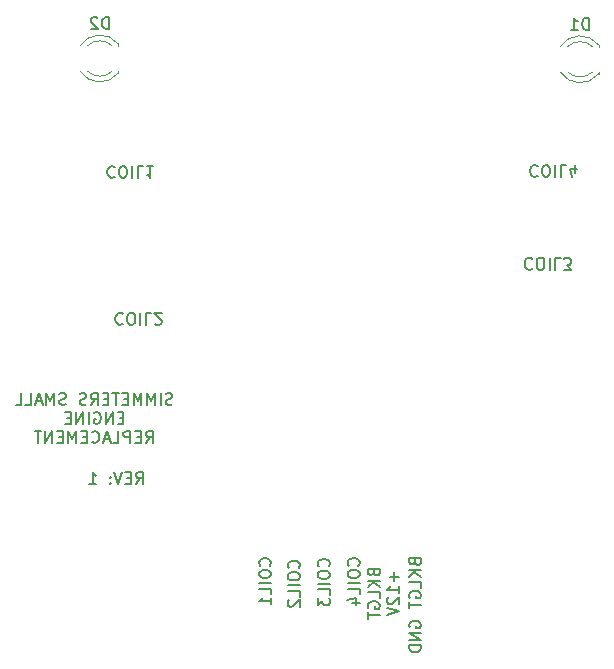
<source format=gbr>
%TF.GenerationSoftware,KiCad,Pcbnew,(6.0.7-1)-1*%
%TF.CreationDate,2023-11-11T10:51:09+10:00*%
%TF.ProjectId,Simmeters Small Engine Replacement,53696d6d-6574-4657-9273-20536d616c6c,rev?*%
%TF.SameCoordinates,Original*%
%TF.FileFunction,Legend,Bot*%
%TF.FilePolarity,Positive*%
%FSLAX46Y46*%
G04 Gerber Fmt 4.6, Leading zero omitted, Abs format (unit mm)*
G04 Created by KiCad (PCBNEW (6.0.7-1)-1) date 2023-11-11 10:51:09*
%MOMM*%
%LPD*%
G01*
G04 APERTURE LIST*
%ADD10C,0.150000*%
%ADD11C,0.120000*%
G04 APERTURE END LIST*
D10*
X162792181Y-116646954D02*
X163125515Y-116170764D01*
X163363610Y-116646954D02*
X163363610Y-115646954D01*
X162982657Y-115646954D01*
X162887419Y-115694574D01*
X162839800Y-115742193D01*
X162792181Y-115837431D01*
X162792181Y-115980288D01*
X162839800Y-116075526D01*
X162887419Y-116123145D01*
X162982657Y-116170764D01*
X163363610Y-116170764D01*
X162363610Y-116123145D02*
X162030276Y-116123145D01*
X161887419Y-116646954D02*
X162363610Y-116646954D01*
X162363610Y-115646954D01*
X161887419Y-115646954D01*
X161601705Y-115646954D02*
X161268372Y-116646954D01*
X160935038Y-115646954D01*
X160601705Y-116551716D02*
X160554086Y-116599335D01*
X160601705Y-116646954D01*
X160649324Y-116599335D01*
X160601705Y-116551716D01*
X160601705Y-116646954D01*
X160601705Y-116027907D02*
X160554086Y-116075526D01*
X160601705Y-116123145D01*
X160649324Y-116075526D01*
X160601705Y-116027907D01*
X160601705Y-116123145D01*
X158839800Y-116646954D02*
X159411229Y-116646954D01*
X159125515Y-116646954D02*
X159125515Y-115646954D01*
X159220753Y-115789812D01*
X159315991Y-115885050D01*
X159411229Y-115932669D01*
X165880753Y-109889335D02*
X165737895Y-109936954D01*
X165499800Y-109936954D01*
X165404562Y-109889335D01*
X165356943Y-109841716D01*
X165309324Y-109746478D01*
X165309324Y-109651240D01*
X165356943Y-109556002D01*
X165404562Y-109508383D01*
X165499800Y-109460764D01*
X165690276Y-109413145D01*
X165785515Y-109365526D01*
X165833134Y-109317907D01*
X165880753Y-109222669D01*
X165880753Y-109127431D01*
X165833134Y-109032193D01*
X165785515Y-108984574D01*
X165690276Y-108936954D01*
X165452181Y-108936954D01*
X165309324Y-108984574D01*
X164880753Y-109936954D02*
X164880753Y-108936954D01*
X164404562Y-109936954D02*
X164404562Y-108936954D01*
X164071229Y-109651240D01*
X163737895Y-108936954D01*
X163737895Y-109936954D01*
X163261705Y-109936954D02*
X163261705Y-108936954D01*
X162928372Y-109651240D01*
X162595038Y-108936954D01*
X162595038Y-109936954D01*
X162118848Y-109413145D02*
X161785515Y-109413145D01*
X161642657Y-109936954D02*
X162118848Y-109936954D01*
X162118848Y-108936954D01*
X161642657Y-108936954D01*
X161356943Y-108936954D02*
X160785515Y-108936954D01*
X161071229Y-109936954D02*
X161071229Y-108936954D01*
X160452181Y-109413145D02*
X160118848Y-109413145D01*
X159975991Y-109936954D02*
X160452181Y-109936954D01*
X160452181Y-108936954D01*
X159975991Y-108936954D01*
X158975991Y-109936954D02*
X159309324Y-109460764D01*
X159547419Y-109936954D02*
X159547419Y-108936954D01*
X159166467Y-108936954D01*
X159071229Y-108984574D01*
X159023610Y-109032193D01*
X158975991Y-109127431D01*
X158975991Y-109270288D01*
X159023610Y-109365526D01*
X159071229Y-109413145D01*
X159166467Y-109460764D01*
X159547419Y-109460764D01*
X158595038Y-109889335D02*
X158452181Y-109936954D01*
X158214086Y-109936954D01*
X158118848Y-109889335D01*
X158071229Y-109841716D01*
X158023610Y-109746478D01*
X158023610Y-109651240D01*
X158071229Y-109556002D01*
X158118848Y-109508383D01*
X158214086Y-109460764D01*
X158404562Y-109413145D01*
X158499800Y-109365526D01*
X158547419Y-109317907D01*
X158595038Y-109222669D01*
X158595038Y-109127431D01*
X158547419Y-109032193D01*
X158499800Y-108984574D01*
X158404562Y-108936954D01*
X158166467Y-108936954D01*
X158023610Y-108984574D01*
X156880753Y-109889335D02*
X156737895Y-109936954D01*
X156499800Y-109936954D01*
X156404562Y-109889335D01*
X156356943Y-109841716D01*
X156309324Y-109746478D01*
X156309324Y-109651240D01*
X156356943Y-109556002D01*
X156404562Y-109508383D01*
X156499800Y-109460764D01*
X156690276Y-109413145D01*
X156785515Y-109365526D01*
X156833134Y-109317907D01*
X156880753Y-109222669D01*
X156880753Y-109127431D01*
X156833134Y-109032193D01*
X156785515Y-108984574D01*
X156690276Y-108936954D01*
X156452181Y-108936954D01*
X156309324Y-108984574D01*
X155880753Y-109936954D02*
X155880753Y-108936954D01*
X155547419Y-109651240D01*
X155214086Y-108936954D01*
X155214086Y-109936954D01*
X154785515Y-109651240D02*
X154309324Y-109651240D01*
X154880753Y-109936954D02*
X154547419Y-108936954D01*
X154214086Y-109936954D01*
X153404562Y-109936954D02*
X153880753Y-109936954D01*
X153880753Y-108936954D01*
X152595038Y-109936954D02*
X153071229Y-109936954D01*
X153071229Y-108936954D01*
X161737895Y-111023145D02*
X161404562Y-111023145D01*
X161261705Y-111546954D02*
X161737895Y-111546954D01*
X161737895Y-110546954D01*
X161261705Y-110546954D01*
X160833134Y-111546954D02*
X160833134Y-110546954D01*
X160261705Y-111546954D01*
X160261705Y-110546954D01*
X159261705Y-110594574D02*
X159356943Y-110546954D01*
X159499800Y-110546954D01*
X159642657Y-110594574D01*
X159737895Y-110689812D01*
X159785515Y-110785050D01*
X159833134Y-110975526D01*
X159833134Y-111118383D01*
X159785515Y-111308859D01*
X159737895Y-111404097D01*
X159642657Y-111499335D01*
X159499800Y-111546954D01*
X159404562Y-111546954D01*
X159261705Y-111499335D01*
X159214086Y-111451716D01*
X159214086Y-111118383D01*
X159404562Y-111118383D01*
X158785515Y-111546954D02*
X158785515Y-110546954D01*
X158309324Y-111546954D02*
X158309324Y-110546954D01*
X157737895Y-111546954D01*
X157737895Y-110546954D01*
X157261705Y-111023145D02*
X156928372Y-111023145D01*
X156785515Y-111546954D02*
X157261705Y-111546954D01*
X157261705Y-110546954D01*
X156785515Y-110546954D01*
X163642657Y-113156954D02*
X163975991Y-112680764D01*
X164214086Y-113156954D02*
X164214086Y-112156954D01*
X163833134Y-112156954D01*
X163737895Y-112204574D01*
X163690276Y-112252193D01*
X163642657Y-112347431D01*
X163642657Y-112490288D01*
X163690276Y-112585526D01*
X163737895Y-112633145D01*
X163833134Y-112680764D01*
X164214086Y-112680764D01*
X163214086Y-112633145D02*
X162880753Y-112633145D01*
X162737895Y-113156954D02*
X163214086Y-113156954D01*
X163214086Y-112156954D01*
X162737895Y-112156954D01*
X162309324Y-113156954D02*
X162309324Y-112156954D01*
X161928372Y-112156954D01*
X161833134Y-112204574D01*
X161785515Y-112252193D01*
X161737895Y-112347431D01*
X161737895Y-112490288D01*
X161785515Y-112585526D01*
X161833134Y-112633145D01*
X161928372Y-112680764D01*
X162309324Y-112680764D01*
X160833134Y-113156954D02*
X161309324Y-113156954D01*
X161309324Y-112156954D01*
X160547419Y-112871240D02*
X160071229Y-112871240D01*
X160642657Y-113156954D02*
X160309324Y-112156954D01*
X159975991Y-113156954D01*
X159071229Y-113061716D02*
X159118848Y-113109335D01*
X159261705Y-113156954D01*
X159356943Y-113156954D01*
X159499800Y-113109335D01*
X159595038Y-113014097D01*
X159642657Y-112918859D01*
X159690276Y-112728383D01*
X159690276Y-112585526D01*
X159642657Y-112395050D01*
X159595038Y-112299812D01*
X159499800Y-112204574D01*
X159356943Y-112156954D01*
X159261705Y-112156954D01*
X159118848Y-112204574D01*
X159071229Y-112252193D01*
X158642657Y-112633145D02*
X158309324Y-112633145D01*
X158166467Y-113156954D02*
X158642657Y-113156954D01*
X158642657Y-112156954D01*
X158166467Y-112156954D01*
X157737895Y-113156954D02*
X157737895Y-112156954D01*
X157404562Y-112871240D01*
X157071229Y-112156954D01*
X157071229Y-113156954D01*
X156595038Y-112633145D02*
X156261705Y-112633145D01*
X156118848Y-113156954D02*
X156595038Y-113156954D01*
X156595038Y-112156954D01*
X156118848Y-112156954D01*
X155690276Y-113156954D02*
X155690276Y-112156954D01*
X155118848Y-113156954D01*
X155118848Y-112156954D01*
X154785515Y-112156954D02*
X154214086Y-112156954D01*
X154499800Y-113156954D02*
X154499800Y-112156954D01*
X196792181Y-89727431D02*
X196744562Y-89679812D01*
X196601705Y-89632193D01*
X196506467Y-89632193D01*
X196363610Y-89679812D01*
X196268372Y-89775050D01*
X196220753Y-89870288D01*
X196173134Y-90060764D01*
X196173134Y-90203621D01*
X196220753Y-90394097D01*
X196268372Y-90489335D01*
X196363610Y-90584574D01*
X196506467Y-90632193D01*
X196601705Y-90632193D01*
X196744562Y-90584574D01*
X196792181Y-90536954D01*
X197411229Y-90632193D02*
X197601705Y-90632193D01*
X197696943Y-90584574D01*
X197792181Y-90489335D01*
X197839800Y-90298859D01*
X197839800Y-89965526D01*
X197792181Y-89775050D01*
X197696943Y-89679812D01*
X197601705Y-89632193D01*
X197411229Y-89632193D01*
X197315991Y-89679812D01*
X197220753Y-89775050D01*
X197173134Y-89965526D01*
X197173134Y-90298859D01*
X197220753Y-90489335D01*
X197315991Y-90584574D01*
X197411229Y-90632193D01*
X198268372Y-89632193D02*
X198268372Y-90632193D01*
X199220753Y-89632193D02*
X198744562Y-89632193D01*
X198744562Y-90632193D01*
X199982657Y-90298859D02*
X199982657Y-89632193D01*
X199744562Y-90679812D02*
X199506467Y-89965526D01*
X200125515Y-89965526D01*
X161672181Y-102247431D02*
X161624562Y-102199812D01*
X161481705Y-102152193D01*
X161386467Y-102152193D01*
X161243610Y-102199812D01*
X161148372Y-102295050D01*
X161100753Y-102390288D01*
X161053134Y-102580764D01*
X161053134Y-102723621D01*
X161100753Y-102914097D01*
X161148372Y-103009335D01*
X161243610Y-103104574D01*
X161386467Y-103152193D01*
X161481705Y-103152193D01*
X161624562Y-103104574D01*
X161672181Y-103056954D01*
X162291229Y-103152193D02*
X162481705Y-103152193D01*
X162576943Y-103104574D01*
X162672181Y-103009335D01*
X162719800Y-102818859D01*
X162719800Y-102485526D01*
X162672181Y-102295050D01*
X162576943Y-102199812D01*
X162481705Y-102152193D01*
X162291229Y-102152193D01*
X162195991Y-102199812D01*
X162100753Y-102295050D01*
X162053134Y-102485526D01*
X162053134Y-102818859D01*
X162100753Y-103009335D01*
X162195991Y-103104574D01*
X162291229Y-103152193D01*
X163148372Y-102152193D02*
X163148372Y-103152193D01*
X164100753Y-102152193D02*
X163624562Y-102152193D01*
X163624562Y-103152193D01*
X164386467Y-103056954D02*
X164434086Y-103104574D01*
X164529324Y-103152193D01*
X164767419Y-103152193D01*
X164862657Y-103104574D01*
X164910276Y-103056954D01*
X164957895Y-102961716D01*
X164957895Y-102866478D01*
X164910276Y-102723621D01*
X164338848Y-102152193D01*
X164957895Y-102152193D01*
X160992181Y-89827431D02*
X160944562Y-89779812D01*
X160801705Y-89732193D01*
X160706467Y-89732193D01*
X160563610Y-89779812D01*
X160468372Y-89875050D01*
X160420753Y-89970288D01*
X160373134Y-90160764D01*
X160373134Y-90303621D01*
X160420753Y-90494097D01*
X160468372Y-90589335D01*
X160563610Y-90684574D01*
X160706467Y-90732193D01*
X160801705Y-90732193D01*
X160944562Y-90684574D01*
X160992181Y-90636954D01*
X161611229Y-90732193D02*
X161801705Y-90732193D01*
X161896943Y-90684574D01*
X161992181Y-90589335D01*
X162039800Y-90398859D01*
X162039800Y-90065526D01*
X161992181Y-89875050D01*
X161896943Y-89779812D01*
X161801705Y-89732193D01*
X161611229Y-89732193D01*
X161515991Y-89779812D01*
X161420753Y-89875050D01*
X161373134Y-90065526D01*
X161373134Y-90398859D01*
X161420753Y-90589335D01*
X161515991Y-90684574D01*
X161611229Y-90732193D01*
X162468372Y-89732193D02*
X162468372Y-90732193D01*
X163420753Y-89732193D02*
X162944562Y-89732193D01*
X162944562Y-90732193D01*
X164277895Y-89732193D02*
X163706467Y-89732193D01*
X163992181Y-89732193D02*
X163992181Y-90732193D01*
X163896943Y-90589335D01*
X163801705Y-90494097D01*
X163706467Y-90446478D01*
X196332181Y-97587431D02*
X196284562Y-97539812D01*
X196141705Y-97492193D01*
X196046467Y-97492193D01*
X195903610Y-97539812D01*
X195808372Y-97635050D01*
X195760753Y-97730288D01*
X195713134Y-97920764D01*
X195713134Y-98063621D01*
X195760753Y-98254097D01*
X195808372Y-98349335D01*
X195903610Y-98444574D01*
X196046467Y-98492193D01*
X196141705Y-98492193D01*
X196284562Y-98444574D01*
X196332181Y-98396954D01*
X196951229Y-98492193D02*
X197141705Y-98492193D01*
X197236943Y-98444574D01*
X197332181Y-98349335D01*
X197379800Y-98158859D01*
X197379800Y-97825526D01*
X197332181Y-97635050D01*
X197236943Y-97539812D01*
X197141705Y-97492193D01*
X196951229Y-97492193D01*
X196855991Y-97539812D01*
X196760753Y-97635050D01*
X196713134Y-97825526D01*
X196713134Y-98158859D01*
X196760753Y-98349335D01*
X196855991Y-98444574D01*
X196951229Y-98492193D01*
X197808372Y-97492193D02*
X197808372Y-98492193D01*
X198760753Y-97492193D02*
X198284562Y-97492193D01*
X198284562Y-98492193D01*
X198998848Y-98492193D02*
X199617895Y-98492193D01*
X199284562Y-98111240D01*
X199427419Y-98111240D01*
X199522657Y-98063621D01*
X199570276Y-98016002D01*
X199617895Y-97920764D01*
X199617895Y-97682669D01*
X199570276Y-97587431D01*
X199522657Y-97539812D01*
X199427419Y-97492193D01*
X199141705Y-97492193D01*
X199046467Y-97539812D01*
X198998848Y-97587431D01*
X174132657Y-123551240D02*
X174180276Y-123503621D01*
X174227895Y-123360764D01*
X174227895Y-123265526D01*
X174180276Y-123122669D01*
X174085038Y-123027431D01*
X173989800Y-122979812D01*
X173799324Y-122932193D01*
X173656467Y-122932193D01*
X173465991Y-122979812D01*
X173370753Y-123027431D01*
X173275515Y-123122669D01*
X173227895Y-123265526D01*
X173227895Y-123360764D01*
X173275515Y-123503621D01*
X173323134Y-123551240D01*
X173227895Y-124170288D02*
X173227895Y-124360764D01*
X173275515Y-124456002D01*
X173370753Y-124551240D01*
X173561229Y-124598859D01*
X173894562Y-124598859D01*
X174085038Y-124551240D01*
X174180276Y-124456002D01*
X174227895Y-124360764D01*
X174227895Y-124170288D01*
X174180276Y-124075050D01*
X174085038Y-123979812D01*
X173894562Y-123932193D01*
X173561229Y-123932193D01*
X173370753Y-123979812D01*
X173275515Y-124075050D01*
X173227895Y-124170288D01*
X174227895Y-125027431D02*
X173227895Y-125027431D01*
X174227895Y-125979812D02*
X174227895Y-125503621D01*
X173227895Y-125503621D01*
X174227895Y-126836954D02*
X174227895Y-126265526D01*
X174227895Y-126551240D02*
X173227895Y-126551240D01*
X173370753Y-126456002D01*
X173465991Y-126360764D01*
X173513610Y-126265526D01*
X176562657Y-123741240D02*
X176610276Y-123693621D01*
X176657895Y-123550764D01*
X176657895Y-123455526D01*
X176610276Y-123312669D01*
X176515038Y-123217431D01*
X176419800Y-123169812D01*
X176229324Y-123122193D01*
X176086467Y-123122193D01*
X175895991Y-123169812D01*
X175800753Y-123217431D01*
X175705515Y-123312669D01*
X175657895Y-123455526D01*
X175657895Y-123550764D01*
X175705515Y-123693621D01*
X175753134Y-123741240D01*
X175657895Y-124360288D02*
X175657895Y-124550764D01*
X175705515Y-124646002D01*
X175800753Y-124741240D01*
X175991229Y-124788859D01*
X176324562Y-124788859D01*
X176515038Y-124741240D01*
X176610276Y-124646002D01*
X176657895Y-124550764D01*
X176657895Y-124360288D01*
X176610276Y-124265050D01*
X176515038Y-124169812D01*
X176324562Y-124122193D01*
X175991229Y-124122193D01*
X175800753Y-124169812D01*
X175705515Y-124265050D01*
X175657895Y-124360288D01*
X176657895Y-125217431D02*
X175657895Y-125217431D01*
X176657895Y-126169812D02*
X176657895Y-125693621D01*
X175657895Y-125693621D01*
X175753134Y-126455526D02*
X175705515Y-126503145D01*
X175657895Y-126598383D01*
X175657895Y-126836478D01*
X175705515Y-126931716D01*
X175753134Y-126979335D01*
X175848372Y-127026954D01*
X175943610Y-127026954D01*
X176086467Y-126979335D01*
X176657895Y-126407907D01*
X176657895Y-127026954D01*
X179102657Y-123621240D02*
X179150276Y-123573621D01*
X179197895Y-123430764D01*
X179197895Y-123335526D01*
X179150276Y-123192669D01*
X179055038Y-123097431D01*
X178959800Y-123049812D01*
X178769324Y-123002193D01*
X178626467Y-123002193D01*
X178435991Y-123049812D01*
X178340753Y-123097431D01*
X178245515Y-123192669D01*
X178197895Y-123335526D01*
X178197895Y-123430764D01*
X178245515Y-123573621D01*
X178293134Y-123621240D01*
X178197895Y-124240288D02*
X178197895Y-124430764D01*
X178245515Y-124526002D01*
X178340753Y-124621240D01*
X178531229Y-124668859D01*
X178864562Y-124668859D01*
X179055038Y-124621240D01*
X179150276Y-124526002D01*
X179197895Y-124430764D01*
X179197895Y-124240288D01*
X179150276Y-124145050D01*
X179055038Y-124049812D01*
X178864562Y-124002193D01*
X178531229Y-124002193D01*
X178340753Y-124049812D01*
X178245515Y-124145050D01*
X178197895Y-124240288D01*
X179197895Y-125097431D02*
X178197895Y-125097431D01*
X179197895Y-126049812D02*
X179197895Y-125573621D01*
X178197895Y-125573621D01*
X178197895Y-126287907D02*
X178197895Y-126906954D01*
X178578848Y-126573621D01*
X178578848Y-126716478D01*
X178626467Y-126811716D01*
X178674086Y-126859335D01*
X178769324Y-126906954D01*
X179007419Y-126906954D01*
X179102657Y-126859335D01*
X179150276Y-126811716D01*
X179197895Y-126716478D01*
X179197895Y-126430764D01*
X179150276Y-126335526D01*
X179102657Y-126287907D01*
X181632657Y-123551240D02*
X181680276Y-123503621D01*
X181727895Y-123360764D01*
X181727895Y-123265526D01*
X181680276Y-123122669D01*
X181585038Y-123027431D01*
X181489800Y-122979812D01*
X181299324Y-122932193D01*
X181156467Y-122932193D01*
X180965991Y-122979812D01*
X180870753Y-123027431D01*
X180775515Y-123122669D01*
X180727895Y-123265526D01*
X180727895Y-123360764D01*
X180775515Y-123503621D01*
X180823134Y-123551240D01*
X180727895Y-124170288D02*
X180727895Y-124360764D01*
X180775515Y-124456002D01*
X180870753Y-124551240D01*
X181061229Y-124598859D01*
X181394562Y-124598859D01*
X181585038Y-124551240D01*
X181680276Y-124456002D01*
X181727895Y-124360764D01*
X181727895Y-124170288D01*
X181680276Y-124075050D01*
X181585038Y-123979812D01*
X181394562Y-123932193D01*
X181061229Y-123932193D01*
X180870753Y-123979812D01*
X180775515Y-124075050D01*
X180727895Y-124170288D01*
X181727895Y-125027431D02*
X180727895Y-125027431D01*
X181727895Y-125979812D02*
X181727895Y-125503621D01*
X180727895Y-125503621D01*
X181061229Y-126741716D02*
X181727895Y-126741716D01*
X180680276Y-126503621D02*
X181394562Y-126265526D01*
X181394562Y-126884574D01*
X182909086Y-124150288D02*
X182956705Y-124293145D01*
X183004324Y-124340764D01*
X183099562Y-124388383D01*
X183242419Y-124388383D01*
X183337657Y-124340764D01*
X183385276Y-124293145D01*
X183432895Y-124197907D01*
X183432895Y-123816954D01*
X182432895Y-123816954D01*
X182432895Y-124150288D01*
X182480515Y-124245526D01*
X182528134Y-124293145D01*
X182623372Y-124340764D01*
X182718610Y-124340764D01*
X182813848Y-124293145D01*
X182861467Y-124245526D01*
X182909086Y-124150288D01*
X182909086Y-123816954D01*
X183432895Y-124816954D02*
X182432895Y-124816954D01*
X183432895Y-125388383D02*
X182861467Y-124959812D01*
X182432895Y-125388383D02*
X183004324Y-124816954D01*
X183432895Y-126293145D02*
X183432895Y-125816954D01*
X182432895Y-125816954D01*
X182480515Y-127150288D02*
X182432895Y-127055050D01*
X182432895Y-126912193D01*
X182480515Y-126769335D01*
X182575753Y-126674097D01*
X182670991Y-126626478D01*
X182861467Y-126578859D01*
X183004324Y-126578859D01*
X183194800Y-126626478D01*
X183290038Y-126674097D01*
X183385276Y-126769335D01*
X183432895Y-126912193D01*
X183432895Y-127007431D01*
X183385276Y-127150288D01*
X183337657Y-127197907D01*
X183004324Y-127197907D01*
X183004324Y-127007431D01*
X182432895Y-127483621D02*
X182432895Y-128055050D01*
X183432895Y-127769335D02*
X182432895Y-127769335D01*
X184661943Y-124102669D02*
X184661943Y-124864574D01*
X185042895Y-124483621D02*
X184280991Y-124483621D01*
X185042895Y-125864574D02*
X185042895Y-125293145D01*
X185042895Y-125578859D02*
X184042895Y-125578859D01*
X184185753Y-125483621D01*
X184280991Y-125388383D01*
X184328610Y-125293145D01*
X184138134Y-126245526D02*
X184090515Y-126293145D01*
X184042895Y-126388383D01*
X184042895Y-126626478D01*
X184090515Y-126721716D01*
X184138134Y-126769335D01*
X184233372Y-126816954D01*
X184328610Y-126816954D01*
X184471467Y-126769335D01*
X185042895Y-126197907D01*
X185042895Y-126816954D01*
X184042895Y-127102669D02*
X185042895Y-127436002D01*
X184042895Y-127769335D01*
X186384086Y-123263502D02*
X186431705Y-123406359D01*
X186479324Y-123453978D01*
X186574562Y-123501597D01*
X186717419Y-123501597D01*
X186812657Y-123453978D01*
X186860276Y-123406359D01*
X186907895Y-123311121D01*
X186907895Y-122930169D01*
X185907895Y-122930169D01*
X185907895Y-123263502D01*
X185955515Y-123358740D01*
X186003134Y-123406359D01*
X186098372Y-123453978D01*
X186193610Y-123453978D01*
X186288848Y-123406359D01*
X186336467Y-123358740D01*
X186384086Y-123263502D01*
X186384086Y-122930169D01*
X186907895Y-123930169D02*
X185907895Y-123930169D01*
X186907895Y-124501597D02*
X186336467Y-124073026D01*
X185907895Y-124501597D02*
X186479324Y-123930169D01*
X186907895Y-125406359D02*
X186907895Y-124930169D01*
X185907895Y-124930169D01*
X185955515Y-126263502D02*
X185907895Y-126168264D01*
X185907895Y-126025407D01*
X185955515Y-125882550D01*
X186050753Y-125787312D01*
X186145991Y-125739693D01*
X186336467Y-125692074D01*
X186479324Y-125692074D01*
X186669800Y-125739693D01*
X186765038Y-125787312D01*
X186860276Y-125882550D01*
X186907895Y-126025407D01*
X186907895Y-126120645D01*
X186860276Y-126263502D01*
X186812657Y-126311121D01*
X186479324Y-126311121D01*
X186479324Y-126120645D01*
X185907895Y-126596835D02*
X185907895Y-127168264D01*
X186907895Y-126882550D02*
X185907895Y-126882550D01*
X185955515Y-128787312D02*
X185907895Y-128692074D01*
X185907895Y-128549216D01*
X185955515Y-128406359D01*
X186050753Y-128311121D01*
X186145991Y-128263502D01*
X186336467Y-128215883D01*
X186479324Y-128215883D01*
X186669800Y-128263502D01*
X186765038Y-128311121D01*
X186860276Y-128406359D01*
X186907895Y-128549216D01*
X186907895Y-128644454D01*
X186860276Y-128787312D01*
X186812657Y-128834931D01*
X186479324Y-128834931D01*
X186479324Y-128644454D01*
X186907895Y-129263502D02*
X185907895Y-129263502D01*
X186907895Y-129834931D01*
X185907895Y-129834931D01*
X186907895Y-130311121D02*
X185907895Y-130311121D01*
X185907895Y-130549216D01*
X185955515Y-130692074D01*
X186050753Y-130787312D01*
X186145991Y-130834931D01*
X186336467Y-130882550D01*
X186479324Y-130882550D01*
X186669800Y-130834931D01*
X186765038Y-130787312D01*
X186860276Y-130692074D01*
X186907895Y-130549216D01*
X186907895Y-130311121D01*
%TO.C,D2*%
X160478595Y-78106980D02*
X160478595Y-77106980D01*
X160240500Y-77106980D01*
X160097642Y-77154600D01*
X160002404Y-77249838D01*
X159954785Y-77345076D01*
X159907166Y-77535552D01*
X159907166Y-77678409D01*
X159954785Y-77868885D01*
X160002404Y-77964123D01*
X160097642Y-78059361D01*
X160240500Y-78106980D01*
X160478595Y-78106980D01*
X159526214Y-77202219D02*
X159478595Y-77154600D01*
X159383357Y-77106980D01*
X159145261Y-77106980D01*
X159050023Y-77154600D01*
X159002404Y-77202219D01*
X158954785Y-77297457D01*
X158954785Y-77392695D01*
X159002404Y-77535552D01*
X159573833Y-78106980D01*
X158954785Y-78106980D01*
%TO.C,D1*%
X201133595Y-78176980D02*
X201133595Y-77176980D01*
X200895500Y-77176980D01*
X200752642Y-77224600D01*
X200657404Y-77319838D01*
X200609785Y-77415076D01*
X200562166Y-77605552D01*
X200562166Y-77748409D01*
X200609785Y-77938885D01*
X200657404Y-78034123D01*
X200752642Y-78129361D01*
X200895500Y-78176980D01*
X201133595Y-78176980D01*
X199609785Y-78176980D02*
X200181214Y-78176980D01*
X199895500Y-78176980D02*
X199895500Y-77176980D01*
X199990738Y-77319838D01*
X200085976Y-77415076D01*
X200181214Y-77462695D01*
D11*
%TO.C,D2*%
X160781461Y-79534600D02*
G75*
G03*
X158699370Y-79534763I-1040961J-1080000D01*
G01*
X158068165Y-81693208D02*
G75*
G03*
X161300500Y-81850116I1672335J1078608D01*
G01*
X161300500Y-79379084D02*
G75*
G03*
X158068165Y-79535992I-1560000J-1235516D01*
G01*
X158699370Y-81694437D02*
G75*
G03*
X160781461Y-81694600I1041130J1079837D01*
G01*
X161300500Y-79378600D02*
X161300500Y-79534600D01*
X161300500Y-81694600D02*
X161300500Y-81850600D01*
%TO.C,D1*%
X201955500Y-81764600D02*
X201955500Y-81920600D01*
X201955500Y-79448600D02*
X201955500Y-79604600D01*
X201436461Y-79604600D02*
G75*
G03*
X199354370Y-79604763I-1040961J-1080000D01*
G01*
X201955500Y-79449084D02*
G75*
G03*
X198723165Y-79605992I-1560000J-1235516D01*
G01*
X199354370Y-81764437D02*
G75*
G03*
X201436461Y-81764600I1041130J1079837D01*
G01*
X198723165Y-81763208D02*
G75*
G03*
X201955500Y-81920116I1672335J1078608D01*
G01*
%TD*%
M02*

</source>
